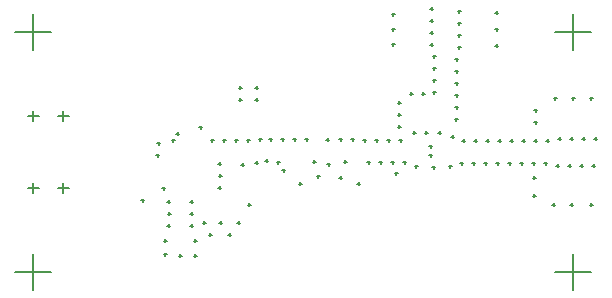
<source format=gbr>
%TF.GenerationSoftware,Altium Limited,Altium Designer,22.5.1 (42)*%
G04 Layer_Color=128*
%FSLAX26Y26*%
%MOIN*%
%TF.SameCoordinates,B04901F9-BF46-49F9-850C-5E78856F6392*%
%TF.FilePolarity,Positive*%
%TF.FileFunction,Drillmap*%
%TF.Part,Single*%
G01*
G75*
%TA.AperFunction,NonConductor*%
%ADD31C,0.005000*%
D31*
X1182284Y1380000D02*
X1217716D01*
X1200000Y1362284D02*
Y1397716D01*
X1082284Y1380000D02*
X1117716D01*
X1100000Y1362284D02*
Y1397716D01*
X1040000Y1900000D02*
X1160000D01*
X1100000Y1840000D02*
Y1960000D01*
X1040000Y1100000D02*
X1160000D01*
X1100000Y1040000D02*
Y1160000D01*
X2840000Y1100000D02*
X2960000D01*
X2900000Y1040000D02*
Y1160000D01*
X2840000Y1900000D02*
X2960000D01*
X2900000Y1840000D02*
Y1960000D01*
X1082284Y1620000D02*
X1117716D01*
X1100000Y1602284D02*
Y1637716D01*
X1182284Y1620000D02*
X1217716D01*
X1200000Y1602284D02*
Y1637716D01*
X2506605Y1690334D02*
X2516605D01*
X2511605Y1685334D02*
Y1695334D01*
X2506605Y1810334D02*
X2516605D01*
X2511605Y1805334D02*
Y1815334D01*
X2506605Y1770334D02*
X2516605D01*
X2511605Y1765334D02*
Y1775334D01*
X2506605Y1650334D02*
X2516605D01*
X2511605Y1645334D02*
Y1655334D01*
X2506605Y1730334D02*
X2516605D01*
X2511605Y1725334D02*
Y1735334D01*
X2514171Y1849612D02*
X2524171D01*
X2519171Y1844612D02*
Y1854612D01*
X2514171Y1889612D02*
X2524171D01*
X2519171Y1884612D02*
Y1894612D01*
X2505392Y1610353D02*
X2515392D01*
X2510392Y1605353D02*
Y1615353D01*
X2432175Y1738802D02*
X2442175D01*
X2437175Y1733802D02*
Y1743802D01*
X2432175Y1698802D02*
X2442175D01*
X2437175Y1693802D02*
Y1703802D01*
X2432175Y1778802D02*
X2442175D01*
X2437175Y1773802D02*
Y1783802D01*
X2432175Y1818802D02*
X2442175D01*
X2437175Y1813802D02*
Y1823802D01*
X2295000Y1860000D02*
X2305000D01*
X2300000Y1855000D02*
Y1865000D01*
X2295000Y1910000D02*
X2305000D01*
X2300000Y1905000D02*
Y1915000D01*
X2295000Y1960000D02*
X2305000D01*
X2300000Y1955000D02*
Y1965000D01*
X2640000Y1855000D02*
X2650000D01*
X2645000Y1850000D02*
Y1860000D01*
X2640000Y1910000D02*
X2650000D01*
X2645000Y1905000D02*
Y1915000D01*
X2640000Y1965000D02*
X2650000D01*
X2645000Y1960000D02*
Y1970000D01*
X2315000Y1585000D02*
X2325000D01*
X2320000Y1580000D02*
Y1590000D01*
X2315000Y1625000D02*
X2325000D01*
X2320000Y1620000D02*
Y1630000D01*
X2315000Y1665000D02*
X2325000D01*
X2320000Y1660000D02*
Y1670000D01*
X2355000Y1695000D02*
X2365000D01*
X2360000Y1690000D02*
Y1700000D01*
X2395000Y1695000D02*
X2405000D01*
X2400000Y1690000D02*
Y1700000D01*
X2423388Y1977825D02*
X2433388D01*
X2428388Y1972825D02*
Y1982825D01*
X2423388Y1937825D02*
X2433388D01*
X2428388Y1932825D02*
Y1942825D01*
X2423388Y1897825D02*
X2433388D01*
X2428388Y1892825D02*
Y1902825D01*
X2423388Y1857825D02*
X2433388D01*
X2428388Y1852825D02*
Y1862825D01*
X2405000Y1565000D02*
X2415000D01*
X2410000Y1560000D02*
Y1570000D01*
X2450000Y1565000D02*
X2460000D01*
X2455000Y1560000D02*
Y1570000D01*
X2514171Y1929612D02*
X2524171D01*
X2519171Y1924612D02*
Y1934612D01*
X2514171Y1969612D02*
X2524171D01*
X2519171Y1964612D02*
Y1974612D01*
X2420000Y1520000D02*
X2430000D01*
X2425000Y1515000D02*
Y1525000D01*
X2430000Y1450000D02*
X2440000D01*
X2435000Y1445000D02*
Y1455000D01*
X2484583Y1452608D02*
X2494583D01*
X2489583Y1447608D02*
Y1457608D01*
X2523266Y1462785D02*
X2533266D01*
X2528266Y1457785D02*
Y1467785D01*
X2563266Y1462785D02*
X2573266D01*
X2568266Y1457785D02*
Y1467785D01*
X2603266Y1462785D02*
X2613266D01*
X2608266Y1457785D02*
Y1467785D01*
X2643266Y1462785D02*
X2653266D01*
X2648266Y1457785D02*
Y1467785D01*
X2683266Y1462785D02*
X2693266D01*
X2688266Y1457785D02*
Y1467785D01*
X2723266Y1462785D02*
X2733266D01*
X2728266Y1457785D02*
Y1467785D01*
X2763266Y1462785D02*
X2773266D01*
X2768266Y1457785D02*
Y1467785D01*
X2803266Y1462785D02*
X2813266D01*
X2808266Y1457785D02*
Y1467785D01*
X2842422Y1454608D02*
X2852422D01*
X2847422Y1449608D02*
Y1459608D01*
X2882422Y1454608D02*
X2892422D01*
X2887422Y1449608D02*
Y1459608D01*
X2922422Y1454608D02*
X2932422D01*
X2927422Y1449608D02*
Y1459608D01*
X2962422Y1454608D02*
X2972422D01*
X2967422Y1449608D02*
Y1459608D01*
X2969190Y1545392D02*
X2979190D01*
X2974190Y1540392D02*
Y1550392D01*
X2929190Y1545392D02*
X2939190D01*
X2934190Y1540392D02*
Y1550392D01*
X2889190Y1545392D02*
X2899190D01*
X2894190Y1540392D02*
Y1550392D01*
X2849190Y1545392D02*
X2859190D01*
X2854190Y1540392D02*
Y1550392D01*
X2810034Y1537215D02*
X2820034D01*
X2815034Y1532215D02*
Y1542215D01*
X2770034Y1537215D02*
X2780034D01*
X2775034Y1532215D02*
Y1542215D01*
X2730034Y1537215D02*
X2740034D01*
X2735034Y1532215D02*
Y1542215D01*
X2690034Y1537215D02*
X2700034D01*
X2695034Y1532215D02*
Y1542215D01*
X2650034Y1537215D02*
X2660034D01*
X2655034Y1532215D02*
Y1542215D01*
X2610034Y1537215D02*
X2620034D01*
X2615034Y1532215D02*
Y1542215D01*
X2570034Y1537215D02*
X2580034D01*
X2575034Y1532215D02*
Y1542215D01*
X2530034Y1537215D02*
X2540034D01*
X2535034Y1532215D02*
Y1542215D01*
X2492804Y1551840D02*
X2502804D01*
X2497804Y1546840D02*
Y1556840D01*
X2319407Y1539995D02*
X2329407D01*
X2324407Y1534995D02*
Y1544995D01*
X2279407Y1539995D02*
X2289407D01*
X2284407Y1534995D02*
Y1544995D01*
X2239407Y1539995D02*
X2249407D01*
X2244407Y1534995D02*
Y1544995D01*
X2199407Y1539995D02*
X2209407D01*
X2204407Y1534995D02*
Y1544995D01*
X2159469Y1542215D02*
X2169469D01*
X2164469Y1537215D02*
Y1547215D01*
X2119479Y1543108D02*
X2129479D01*
X2124479Y1538108D02*
Y1548108D01*
X2133945Y1467785D02*
X2143945D01*
X2138945Y1462785D02*
Y1472785D01*
X2213668Y1465564D02*
X2223668D01*
X2218668Y1460564D02*
Y1470564D01*
X2253668Y1465564D02*
X2263668D01*
X2258668Y1460564D02*
Y1470564D01*
X2293668Y1465564D02*
X2303668D01*
X2298668Y1460564D02*
Y1470564D01*
X2333668Y1465564D02*
X2343668D01*
X2338668Y1460564D02*
Y1470564D01*
X2371512Y1452608D02*
X2381512D01*
X2376512Y1447608D02*
Y1457608D01*
X2420000Y1490000D02*
X2430000D01*
X2425000Y1485000D02*
Y1495000D01*
X2365000Y1565000D02*
X2375000D01*
X2370000Y1560000D02*
Y1570000D01*
X2006312Y1542215D02*
X2016312D01*
X2011312Y1537215D02*
Y1547215D01*
X1966312Y1542215D02*
X1976312D01*
X1971312Y1537215D02*
Y1547215D01*
X1926312Y1542215D02*
X1936312D01*
X1931312Y1537215D02*
Y1547215D01*
X1886322Y1543108D02*
X1896322D01*
X1891322Y1538108D02*
Y1548108D01*
X1872408Y1471222D02*
X1882408D01*
X1877408Y1466222D02*
Y1476222D01*
X1912173Y1466892D02*
X1922173D01*
X1917173Y1461892D02*
Y1471892D01*
X2032133Y1467785D02*
X2042133D01*
X2037133Y1462785D02*
Y1472785D01*
X2080000Y1460000D02*
X2090000D01*
X2085000Y1455000D02*
Y1465000D01*
X2075993Y1541556D02*
X2085993D01*
X2080993Y1536556D02*
Y1546556D01*
X1512502Y1528973D02*
X1522502D01*
X1517502Y1523973D02*
Y1533973D01*
X1510325Y1489033D02*
X1520325D01*
X1515325Y1484033D02*
Y1494033D01*
X1562142Y1539074D02*
X1572142D01*
X1567142Y1534074D02*
Y1544074D01*
X1576568Y1561061D02*
X1586568D01*
X1581568Y1556061D02*
Y1566061D01*
X1838933Y1465344D02*
X1848933D01*
X1843933Y1460344D02*
Y1470344D01*
X1851668Y1543108D02*
X1861668D01*
X1856668Y1538108D02*
Y1548108D01*
X1811807Y1539774D02*
X1821807D01*
X1816807Y1534774D02*
Y1544774D01*
X1771807Y1539774D02*
X1781807D01*
X1776807Y1534774D02*
Y1544774D01*
X1731807Y1539774D02*
X1741807D01*
X1736807Y1534774D02*
Y1544774D01*
X1691807Y1539774D02*
X1701807D01*
X1696807Y1534774D02*
Y1544774D01*
X1652551Y1583431D02*
X1662551D01*
X1657551Y1578431D02*
Y1588431D01*
X1716892Y1462042D02*
X1726892D01*
X1721892Y1457042D02*
Y1467042D01*
X1717785Y1422052D02*
X1727785D01*
X1722785Y1417052D02*
Y1427052D01*
X1716892Y1382062D02*
X1726892D01*
X1721892Y1377062D02*
Y1387062D01*
X1793108Y1457931D02*
X1803108D01*
X1798108Y1452931D02*
Y1462931D01*
X1546892Y1334779D02*
X1556892D01*
X1551892Y1329779D02*
Y1339779D01*
X1547785Y1294789D02*
X1557785D01*
X1552785Y1289789D02*
Y1299789D01*
X1546892Y1254799D02*
X1556892D01*
X1551892Y1249799D02*
Y1259799D01*
X1623108Y1255392D02*
X1633108D01*
X1628108Y1250392D02*
Y1260392D01*
X1622215Y1295382D02*
X1632215D01*
X1627215Y1290382D02*
Y1300382D01*
X1623108Y1335372D02*
X1633108D01*
X1628108Y1330372D02*
Y1340372D01*
X1635000Y1155000D02*
X1645000D01*
X1640000Y1150000D02*
Y1160000D01*
X1585000Y1155000D02*
X1595000D01*
X1590000Y1150000D02*
Y1160000D01*
X1535000D02*
X1545000D01*
X1540000Y1155000D02*
Y1165000D01*
X1635000Y1205000D02*
X1645000D01*
X1640000Y1200000D02*
Y1210000D01*
X1535000Y1205000D02*
X1545000D01*
X1540000Y1200000D02*
Y1210000D01*
X1685000Y1225000D02*
X1695000D01*
X1690000Y1220000D02*
Y1230000D01*
X1665000Y1265000D02*
X1675000D01*
X1670000Y1260000D02*
Y1270000D01*
X1720000Y1265000D02*
X1730000D01*
X1725000Y1260000D02*
Y1270000D01*
X1460000Y1340000D02*
X1470000D01*
X1465000Y1335000D02*
Y1345000D01*
X1530000Y1380000D02*
X1540000D01*
X1535000Y1375000D02*
Y1385000D01*
X1750000Y1225000D02*
X1760000D01*
X1755000Y1220000D02*
Y1230000D01*
X1780000Y1265000D02*
X1790000D01*
X1785000Y1260000D02*
Y1270000D01*
X1815000Y1325000D02*
X1825000D01*
X1820000Y1320000D02*
Y1330000D01*
X1985000Y1395000D02*
X1995000D01*
X1990000Y1390000D02*
Y1400000D01*
X2180000Y1395000D02*
X2190000D01*
X2185000Y1390000D02*
Y1400000D01*
X2045000Y1420000D02*
X2055000D01*
X2050000Y1415000D02*
Y1425000D01*
X2120000Y1415000D02*
X2130000D01*
X2125000Y1410000D02*
Y1420000D01*
X1785000Y1715000D02*
X1795000D01*
X1790000Y1710000D02*
Y1720000D01*
X1785000Y1675000D02*
X1795000D01*
X1790000Y1670000D02*
Y1680000D01*
X1840000Y1675000D02*
X1850000D01*
X1845000Y1670000D02*
Y1680000D01*
X1840000Y1715000D02*
X1850000D01*
X1845000Y1710000D02*
Y1720000D01*
X1930000Y1440000D02*
X1940000D01*
X1935000Y1435000D02*
Y1445000D01*
X2765000Y1355000D02*
X2775000D01*
X2770000Y1350000D02*
Y1360000D01*
X2765000Y1415000D02*
X2775000D01*
X2770000Y1410000D02*
Y1420000D01*
Y1600000D02*
X2780000D01*
X2775000Y1595000D02*
Y1605000D01*
X2770000Y1640000D02*
X2780000D01*
X2775000Y1635000D02*
Y1645000D01*
X2835000Y1680000D02*
X2845000D01*
X2840000Y1675000D02*
Y1685000D01*
X2895000Y1680000D02*
X2905000D01*
X2900000Y1675000D02*
Y1685000D01*
X2955000Y1680000D02*
X2965000D01*
X2960000Y1675000D02*
Y1685000D01*
X2830000Y1325000D02*
X2840000D01*
X2835000Y1320000D02*
Y1330000D01*
X2890000Y1325000D02*
X2900000D01*
X2895000Y1320000D02*
Y1330000D01*
X2955000Y1325000D02*
X2965000D01*
X2960000Y1320000D02*
Y1330000D01*
X2305000Y1430000D02*
X2315000D01*
X2310000Y1425000D02*
Y1435000D01*
%TF.MD5,6a4ef43f7dab43da61a45d6d6a2fce95*%
M02*

</source>
